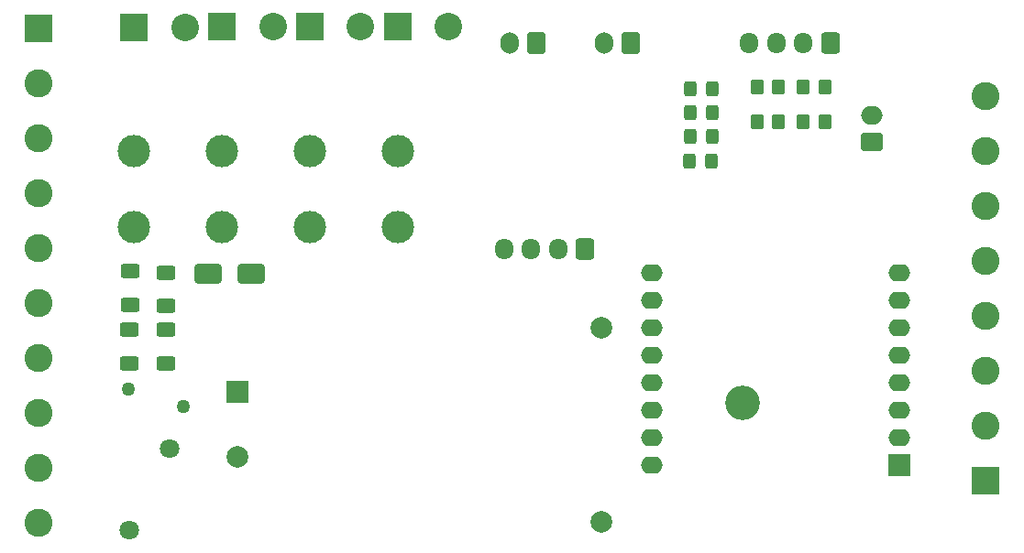
<source format=gbr>
%TF.GenerationSoftware,KiCad,Pcbnew,7.0.8*%
%TF.CreationDate,2025-02-03T21:17:31+05:30*%
%TF.ProjectId,WemosD1Mini-8266,57656d6f-7344-4314-9d69-6e692d383236,rev?*%
%TF.SameCoordinates,Original*%
%TF.FileFunction,Soldermask,Top*%
%TF.FilePolarity,Negative*%
%FSLAX46Y46*%
G04 Gerber Fmt 4.6, Leading zero omitted, Abs format (unit mm)*
G04 Created by KiCad (PCBNEW 7.0.8) date 2025-02-03 21:17:31*
%MOMM*%
%LPD*%
G01*
G04 APERTURE LIST*
G04 Aperture macros list*
%AMRoundRect*
0 Rectangle with rounded corners*
0 $1 Rounding radius*
0 $2 $3 $4 $5 $6 $7 $8 $9 X,Y pos of 4 corners*
0 Add a 4 corners polygon primitive as box body*
4,1,4,$2,$3,$4,$5,$6,$7,$8,$9,$2,$3,0*
0 Add four circle primitives for the rounded corners*
1,1,$1+$1,$2,$3*
1,1,$1+$1,$4,$5*
1,1,$1+$1,$6,$7*
1,1,$1+$1,$8,$9*
0 Add four rect primitives between the rounded corners*
20,1,$1+$1,$2,$3,$4,$5,0*
20,1,$1+$1,$4,$5,$6,$7,0*
20,1,$1+$1,$6,$7,$8,$9,0*
20,1,$1+$1,$8,$9,$2,$3,0*%
G04 Aperture macros list end*
%ADD10C,1.270000*%
%ADD11R,2.000000X2.000000*%
%ADD12O,2.000000X1.600000*%
%ADD13C,3.000000*%
%ADD14R,2.540000X2.540000*%
%ADD15C,2.540000*%
%ADD16C,2.000000*%
%ADD17RoundRect,0.250000X0.750000X-0.600000X0.750000X0.600000X-0.750000X0.600000X-0.750000X-0.600000X0*%
%ADD18O,2.000000X1.700000*%
%ADD19RoundRect,0.250000X-1.000000X-0.650000X1.000000X-0.650000X1.000000X0.650000X-1.000000X0.650000X0*%
%ADD20RoundRect,0.250000X0.325000X0.450000X-0.325000X0.450000X-0.325000X-0.450000X0.325000X-0.450000X0*%
%ADD21R,2.600000X2.600000*%
%ADD22C,2.600000*%
%ADD23RoundRect,0.250000X0.625000X-0.400000X0.625000X0.400000X-0.625000X0.400000X-0.625000X-0.400000X0*%
%ADD24RoundRect,0.250000X0.600000X0.750000X-0.600000X0.750000X-0.600000X-0.750000X0.600000X-0.750000X0*%
%ADD25O,1.700000X2.000000*%
%ADD26C,1.800000*%
%ADD27RoundRect,0.250000X-0.625000X0.400000X-0.625000X-0.400000X0.625000X-0.400000X0.625000X0.400000X0*%
%ADD28RoundRect,0.250000X-0.350000X-0.450000X0.350000X-0.450000X0.350000X0.450000X-0.350000X0.450000X0*%
%ADD29C,3.200000*%
%ADD30RoundRect,0.250000X0.600000X0.725000X-0.600000X0.725000X-0.600000X-0.725000X0.600000X-0.725000X0*%
%ADD31O,1.700000X1.950000*%
G04 APERTURE END LIST*
D10*
%TO.C,F1*%
X113950000Y-136200000D03*
X119050000Y-137800000D03*
%TD*%
D11*
%TO.C,U5*%
X185110000Y-143210000D03*
D12*
X185110000Y-140670000D03*
X185110000Y-138130000D03*
X185110000Y-135590000D03*
X185110000Y-133050000D03*
X185110000Y-130510000D03*
X185110000Y-127970000D03*
X185110000Y-125430000D03*
X162250000Y-125430000D03*
X162250000Y-127970000D03*
X162250000Y-130510000D03*
X162250000Y-133050000D03*
X162250000Y-135590000D03*
X162250000Y-138130000D03*
X162250000Y-140670000D03*
X162250000Y-143210000D03*
%TD*%
D13*
%TO.C,RL3*%
X122580000Y-114220000D03*
X122580000Y-121220000D03*
D14*
X122580000Y-102720000D03*
D15*
X127280000Y-102720000D03*
%TD*%
D11*
%TO.C,PS1*%
X124000000Y-136500000D03*
D16*
X124000000Y-142500000D03*
X157600000Y-130500000D03*
X157600000Y-148500000D03*
%TD*%
D17*
%TO.C,J5*%
X182555000Y-113370000D03*
D18*
X182555000Y-110870000D03*
%TD*%
D19*
%TO.C,D4*%
X121280000Y-125520000D03*
X125280000Y-125520000D03*
%TD*%
D20*
%TO.C,D7*%
X167855000Y-110670000D03*
X165805000Y-110670000D03*
%TD*%
D21*
%TO.C,J8*%
X193130000Y-144700000D03*
D22*
X193130000Y-139620000D03*
X193130000Y-134540000D03*
X193130000Y-129460000D03*
X193130000Y-124380000D03*
X193130000Y-119300000D03*
X193130000Y-114220000D03*
X193130000Y-109140000D03*
%TD*%
D23*
%TO.C,R12*%
X117430000Y-133800000D03*
X117430000Y-130700000D03*
%TD*%
D24*
%TO.C,J3*%
X160330000Y-104245000D03*
D25*
X157830000Y-104245000D03*
%TD*%
D26*
%TO.C,RV1*%
X117750000Y-141750000D03*
X114050000Y-149250000D03*
%TD*%
D24*
%TO.C,J2*%
X151630000Y-104245000D03*
D25*
X149130000Y-104245000D03*
%TD*%
D13*
%TO.C,RL1*%
X138780000Y-114220000D03*
X138780000Y-121220000D03*
D14*
X138780000Y-102720000D03*
D15*
X143480000Y-102720000D03*
%TD*%
D23*
%TO.C,R13*%
X117380000Y-128550000D03*
X117380000Y-125450000D03*
%TD*%
D27*
%TO.C,R11*%
X113980000Y-130700000D03*
X113980000Y-133800000D03*
%TD*%
D13*
%TO.C,RL2*%
X130680000Y-114220000D03*
X130680000Y-121220000D03*
D14*
X130680000Y-102720000D03*
D15*
X135380000Y-102720000D03*
%TD*%
D28*
%TO.C,R21*%
X172000000Y-108250000D03*
X174000000Y-108250000D03*
%TD*%
D29*
%TO.C,H1*%
X170680000Y-137520000D03*
%TD*%
D30*
%TO.C,J6*%
X178750000Y-104250000D03*
D31*
X176250000Y-104250000D03*
X173750000Y-104250000D03*
X171250000Y-104250000D03*
%TD*%
D28*
%TO.C,R23*%
X176250000Y-111500000D03*
X178250000Y-111500000D03*
%TD*%
D20*
%TO.C,D5*%
X167805000Y-115120000D03*
X165755000Y-115120000D03*
%TD*%
D27*
%TO.C,R10*%
X114080000Y-125300000D03*
X114080000Y-128400000D03*
%TD*%
D13*
%TO.C,RL4*%
X114480000Y-114230000D03*
X114480000Y-121230000D03*
D14*
X114480000Y-102730000D03*
D15*
X119180000Y-102730000D03*
%TD*%
D28*
%TO.C,R20*%
X176250000Y-108250000D03*
X178250000Y-108250000D03*
%TD*%
D20*
%TO.C,D6*%
X167855000Y-112870000D03*
X165805000Y-112870000D03*
%TD*%
D21*
%TO.C,J1*%
X105630000Y-102860000D03*
D22*
X105630000Y-107940000D03*
X105630000Y-113020000D03*
X105630000Y-118100000D03*
X105630000Y-123180000D03*
X105630000Y-128260000D03*
X105630000Y-133340000D03*
X105630000Y-138420000D03*
X105630000Y-143500000D03*
X105630000Y-148580000D03*
%TD*%
D28*
%TO.C,R22*%
X172000000Y-111500000D03*
X174000000Y-111500000D03*
%TD*%
D20*
%TO.C,D8*%
X167855000Y-108420000D03*
X165805000Y-108420000D03*
%TD*%
D30*
%TO.C,J4*%
X156130000Y-123270000D03*
D31*
X153630000Y-123270000D03*
X151130000Y-123270000D03*
X148630000Y-123270000D03*
%TD*%
M02*

</source>
